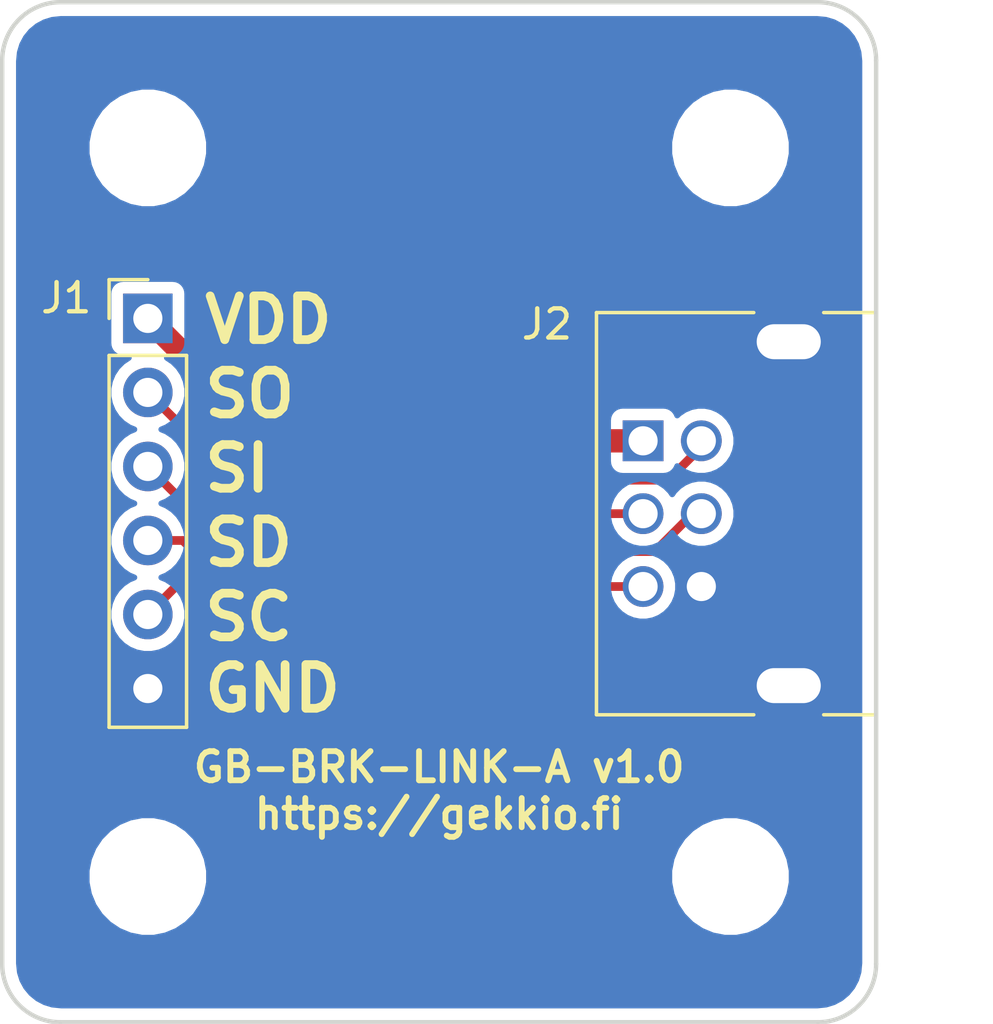
<source format=kicad_pcb>
(kicad_pcb (version 20171130) (host pcbnew 5.1.6-c6e7f7d~86~ubuntu20.04.1)

  (general
    (thickness 1.2)
    (drawings 15)
    (tracks 19)
    (zones 0)
    (modules 6)
    (nets 7)
  )

  (page A4)
  (title_block
    (title GB-BRK-LINK-A)
    (rev v1.0)
    (company https://gekkio.fi)
  )

  (layers
    (0 F.Cu signal)
    (31 B.Cu signal)
    (32 B.Adhes user)
    (33 F.Adhes user)
    (34 B.Paste user)
    (35 F.Paste user)
    (36 B.SilkS user)
    (37 F.SilkS user)
    (38 B.Mask user)
    (39 F.Mask user)
    (40 Dwgs.User user)
    (41 Cmts.User user)
    (42 Eco1.User user)
    (43 Eco2.User user)
    (44 Edge.Cuts user)
    (45 Margin user)
    (46 B.CrtYd user)
    (47 F.CrtYd user)
    (48 B.Fab user)
    (49 F.Fab user)
  )

  (setup
    (last_trace_width 0.3)
    (user_trace_width 0.8)
    (trace_clearance 0.3)
    (zone_clearance 0.4)
    (zone_45_only no)
    (trace_min 0.2)
    (via_size 0.8)
    (via_drill 0.4)
    (via_min_size 0.4)
    (via_min_drill 0.3)
    (uvia_size 0.3)
    (uvia_drill 0.1)
    (uvias_allowed no)
    (uvia_min_size 0.2)
    (uvia_min_drill 0.1)
    (edge_width 0.15)
    (segment_width 0.2)
    (pcb_text_width 0.3)
    (pcb_text_size 1.5 1.5)
    (mod_edge_width 0.15)
    (mod_text_size 1 1)
    (mod_text_width 0.15)
    (pad_size 1.524 1.524)
    (pad_drill 0.762)
    (pad_to_mask_clearance 0)
    (aux_axis_origin 0 0)
    (visible_elements FFFFFF7F)
    (pcbplotparams
      (layerselection 0x010fc_ffffffff)
      (usegerberextensions false)
      (usegerberattributes false)
      (usegerberadvancedattributes false)
      (creategerberjobfile true)
      (excludeedgelayer false)
      (linewidth 0.100000)
      (plotframeref false)
      (viasonmask false)
      (mode 1)
      (useauxorigin false)
      (hpglpennumber 1)
      (hpglpenspeed 20)
      (hpglpendiameter 15.000000)
      (psnegative false)
      (psa4output false)
      (plotreference true)
      (plotvalue true)
      (plotinvisibletext false)
      (padsonsilk false)
      (subtractmaskfromsilk false)
      (outputformat 1)
      (mirror false)
      (drillshape 0)
      (scaleselection 1)
      (outputdirectory "gerber/"))
  )

  (net 0 "")
  (net 1 "Net-(J1-Pad1)")
  (net 2 "Net-(J1-Pad2)")
  (net 3 "Net-(J1-Pad3)")
  (net 4 "Net-(J1-Pad4)")
  (net 5 "Net-(J1-Pad5)")
  (net 6 /GND)

  (net_class Default "This is the default net class."
    (clearance 0.3)
    (trace_width 0.3)
    (via_dia 0.8)
    (via_drill 0.4)
    (uvia_dia 0.3)
    (uvia_drill 0.1)
    (add_net /GND)
    (add_net "Net-(J1-Pad1)")
    (add_net "Net-(J1-Pad2)")
    (add_net "Net-(J1-Pad3)")
    (add_net "Net-(J1-Pad4)")
    (add_net "Net-(J1-Pad5)")
  )

  (module Connector_PinHeader_2.54mm:PinHeader_1x06_P2.54mm_Vertical (layer F.Cu) (tedit 59FED5CC) (tstamp 5BD3B1C1)
    (at 55 60.85)
    (descr "Through hole straight pin header, 1x06, 2.54mm pitch, single row")
    (tags "Through hole pin header THT 1x06 2.54mm single row")
    (path /5BD2EE6E)
    (fp_text reference J1 (at -2.8 -0.7) (layer F.SilkS)
      (effects (font (size 1 1) (thickness 0.15)))
    )
    (fp_text value Conn_01x06 (at 0 15.03) (layer F.Fab)
      (effects (font (size 1 1) (thickness 0.15)))
    )
    (fp_line (start 1.8 -1.8) (end -1.8 -1.8) (layer F.CrtYd) (width 0.05))
    (fp_line (start 1.8 14.5) (end 1.8 -1.8) (layer F.CrtYd) (width 0.05))
    (fp_line (start -1.8 14.5) (end 1.8 14.5) (layer F.CrtYd) (width 0.05))
    (fp_line (start -1.8 -1.8) (end -1.8 14.5) (layer F.CrtYd) (width 0.05))
    (fp_line (start -1.33 -1.33) (end 0 -1.33) (layer F.SilkS) (width 0.12))
    (fp_line (start -1.33 0) (end -1.33 -1.33) (layer F.SilkS) (width 0.12))
    (fp_line (start -1.33 1.27) (end 1.33 1.27) (layer F.SilkS) (width 0.12))
    (fp_line (start 1.33 1.27) (end 1.33 14.03) (layer F.SilkS) (width 0.12))
    (fp_line (start -1.33 1.27) (end -1.33 14.03) (layer F.SilkS) (width 0.12))
    (fp_line (start -1.33 14.03) (end 1.33 14.03) (layer F.SilkS) (width 0.12))
    (fp_line (start -1.27 -0.635) (end -0.635 -1.27) (layer F.Fab) (width 0.1))
    (fp_line (start -1.27 13.97) (end -1.27 -0.635) (layer F.Fab) (width 0.1))
    (fp_line (start 1.27 13.97) (end -1.27 13.97) (layer F.Fab) (width 0.1))
    (fp_line (start 1.27 -1.27) (end 1.27 13.97) (layer F.Fab) (width 0.1))
    (fp_line (start -0.635 -1.27) (end 1.27 -1.27) (layer F.Fab) (width 0.1))
    (fp_text user %R (at 0 6.35 90) (layer F.Fab)
      (effects (font (size 1 1) (thickness 0.15)))
    )
    (pad 1 thru_hole rect (at 0 0) (size 1.7 1.7) (drill 1) (layers *.Cu *.Mask)
      (net 1 "Net-(J1-Pad1)"))
    (pad 2 thru_hole oval (at 0 2.54) (size 1.7 1.7) (drill 1) (layers *.Cu *.Mask)
      (net 2 "Net-(J1-Pad2)"))
    (pad 3 thru_hole oval (at 0 5.08) (size 1.7 1.7) (drill 1) (layers *.Cu *.Mask)
      (net 3 "Net-(J1-Pad3)"))
    (pad 4 thru_hole oval (at 0 7.62) (size 1.7 1.7) (drill 1) (layers *.Cu *.Mask)
      (net 4 "Net-(J1-Pad4)"))
    (pad 5 thru_hole oval (at 0 10.16) (size 1.7 1.7) (drill 1) (layers *.Cu *.Mask)
      (net 5 "Net-(J1-Pad5)"))
    (pad 6 thru_hole oval (at 0 12.7) (size 1.7 1.7) (drill 1) (layers *.Cu *.Mask)
      (net 6 /GND))
    (model ${KISYS3DMOD}/Connector_PinHeader_2.54mm.3dshapes/PinHeader_1x06_P2.54mm_Vertical.wrl
      (at (xyz 0 0 0))
      (scale (xyz 1 1 1))
      (rotate (xyz 0 0 0))
    )
  )

  (module Gekkio_Connector:GameBoy_LinkPort_DMG_Horizontal (layer F.Cu) (tedit 5BD0B335) (tstamp 5BD3B59B)
    (at 72 65.05)
    (descr "Game Boy link port, original Game Boy")
    (tags "game boy link port")
    (path /5BD2ED76)
    (fp_text reference J2 (at -3.3 -4 180) (layer F.SilkS)
      (effects (font (size 1 1) (thickness 0.15)))
    )
    (fp_text value GameBoy_LinkPort (at 5 12.2 180) (layer F.Fab)
      (effects (font (size 1 1) (thickness 0.15)))
    )
    (fp_line (start 12 9.75) (end 12 -4.75) (layer F.CrtYd) (width 0.05))
    (fp_line (start -2 9.75) (end 12 9.75) (layer F.CrtYd) (width 0.05))
    (fp_line (start -2 -4.75) (end -2 9.75) (layer F.CrtYd) (width 0.05))
    (fp_line (start 12 -4.75) (end -2 -4.75) (layer F.CrtYd) (width 0.05))
    (fp_line (start 6.2 9.4) (end 7.9 9.4) (layer F.SilkS) (width 0.12))
    (fp_line (start -1.6 9.4) (end 3.8 9.4) (layer F.SilkS) (width 0.12))
    (fp_line (start -1.6 -4.4) (end -1.6 9.4) (layer F.SilkS) (width 0.12))
    (fp_line (start -1.5 9.25) (end -1.5 -4.25) (layer F.Fab) (width 0.1))
    (fp_line (start -1.5 -4.25) (end 11.5 -4.25) (layer F.Fab) (width 0.1))
    (fp_line (start 11.5 -4.25) (end 11.5 9.25) (layer F.Fab) (width 0.1))
    (fp_line (start -1.5 9.25) (end 11.5 9.25) (layer F.Fab) (width 0.1))
    (fp_line (start 8 9.25) (end 8 -4.25) (layer F.Fab) (width 0.1))
    (fp_line (start 7.9 -4.4) (end 6.2 -4.4) (layer F.SilkS) (width 0.12))
    (fp_line (start 3.8 -4.4) (end -1.6 -4.4) (layer F.SilkS) (width 0.12))
    (fp_text user %R (at 9.7 2.5 270) (layer F.Fab)
      (effects (font (size 1 1) (thickness 0.15)))
    )
    (pad SH thru_hole oval (at 5 -3.4 90) (size 2 3) (drill oval 1.2 2.2) (layers *.Cu *.Mask)
      (net 6 /GND))
    (pad SH thru_hole oval (at 5 8.4 90) (size 2 3) (drill oval 1.2 2.2) (layers *.Cu *.Mask)
      (net 6 /GND))
    (pad 1 thru_hole rect (at 0 0 90) (size 1.4 1.4) (drill 1) (layers *.Cu *.Mask)
      (net 1 "Net-(J1-Pad1)"))
    (pad 2 thru_hole circle (at 2 0 90) (size 1.4 1.4) (drill 1) (layers *.Cu *.Mask)
      (net 2 "Net-(J1-Pad2)"))
    (pad 3 thru_hole circle (at 0 2.5 90) (size 1.4 1.4) (drill 1) (layers *.Cu *.Mask)
      (net 3 "Net-(J1-Pad3)"))
    (pad 4 thru_hole circle (at 2 2.5 90) (size 1.4 1.4) (drill 1) (layers *.Cu *.Mask)
      (net 4 "Net-(J1-Pad4)"))
    (pad 5 thru_hole circle (at 0 5 90) (size 1.4 1.4) (drill 1) (layers *.Cu *.Mask)
      (net 5 "Net-(J1-Pad5)"))
    (pad 6 thru_hole circle (at 2 5 90) (size 1.4 1.4) (drill 1) (layers *.Cu *.Mask)
      (net 6 /GND))
    (model ${KISYS3DMOD}/Gekkio_Connector.3dshapes/GameBoy_LinkPort_DMG_Horizontal.wrl
      (at (xyz 0 0 0))
      (scale (xyz 1 1 1))
      (rotate (xyz 0 0 0))
    )
  )

  (module MountingHole:MountingHole_3.2mm_M3 (layer F.Cu) (tedit 5BD2EE75) (tstamp 5BD3B18C)
    (at 75 80)
    (descr "Mounting Hole 3.2mm, no annular, M3")
    (tags "mounting hole 3.2mm no annular m3")
    (path /5BD2F055)
    (attr virtual)
    (fp_text reference H4 (at 0 -4.2) (layer F.SilkS) hide
      (effects (font (size 1 1) (thickness 0.15)))
    )
    (fp_text value DNF (at 0 4.2) (layer F.Fab) hide
      (effects (font (size 1 1) (thickness 0.15)))
    )
    (fp_circle (center 0 0) (end 3.2 0) (layer Cmts.User) (width 0.15))
    (fp_circle (center 0 0) (end 3.45 0) (layer F.CrtYd) (width 0.05))
    (fp_text user %R (at 0.3 0) (layer F.Fab)
      (effects (font (size 1 1) (thickness 0.15)))
    )
    (pad 1 np_thru_hole circle (at 0 0) (size 3.2 3.2) (drill 3.2) (layers *.Cu *.Mask))
  )

  (module MountingHole:MountingHole_3.2mm_M3 (layer F.Cu) (tedit 5BD2EE7D) (tstamp 5BD3B184)
    (at 75 55)
    (descr "Mounting Hole 3.2mm, no annular, M3")
    (tags "mounting hole 3.2mm no annular m3")
    (path /5BD2F011)
    (attr virtual)
    (fp_text reference H3 (at 0 -4.2) (layer F.SilkS) hide
      (effects (font (size 1 1) (thickness 0.15)))
    )
    (fp_text value DNF (at 0 4.2) (layer F.Fab) hide
      (effects (font (size 1 1) (thickness 0.15)))
    )
    (fp_circle (center 0 0) (end 3.45 0) (layer F.CrtYd) (width 0.05))
    (fp_circle (center 0 0) (end 3.2 0) (layer Cmts.User) (width 0.15))
    (fp_text user %R (at 0.3 0) (layer F.Fab)
      (effects (font (size 1 1) (thickness 0.15)))
    )
    (pad 1 np_thru_hole circle (at 0 0) (size 3.2 3.2) (drill 3.2) (layers *.Cu *.Mask))
  )

  (module MountingHole:MountingHole_3.2mm_M3 (layer F.Cu) (tedit 5BD2EE5F) (tstamp 5BD3B17C)
    (at 55 80)
    (descr "Mounting Hole 3.2mm, no annular, M3")
    (tags "mounting hole 3.2mm no annular m3")
    (path /5BD2EFEB)
    (attr virtual)
    (fp_text reference H2 (at 0 -4.2) (layer F.SilkS) hide
      (effects (font (size 1 1) (thickness 0.15)))
    )
    (fp_text value DNF (at 0 4.2) (layer F.Fab) hide
      (effects (font (size 1 1) (thickness 0.15)))
    )
    (fp_circle (center 0 0) (end 3.2 0) (layer Cmts.User) (width 0.15))
    (fp_circle (center 0 0) (end 3.45 0) (layer F.CrtYd) (width 0.05))
    (fp_text user %R (at 0.3 0) (layer F.Fab)
      (effects (font (size 1 1) (thickness 0.15)))
    )
    (pad 1 np_thru_hole circle (at 0 0) (size 3.2 3.2) (drill 3.2) (layers *.Cu *.Mask))
  )

  (module MountingHole:MountingHole_3.2mm_M3 (layer F.Cu) (tedit 5BD2EE64) (tstamp 5BD3B174)
    (at 55 55)
    (descr "Mounting Hole 3.2mm, no annular, M3")
    (tags "mounting hole 3.2mm no annular m3")
    (path /5BD2EF8B)
    (attr virtual)
    (fp_text reference H1 (at 0 -4.2) (layer F.SilkS) hide
      (effects (font (size 1 1) (thickness 0.15)))
    )
    (fp_text value DNF (at 0 4.2) (layer F.Fab) hide
      (effects (font (size 1 1) (thickness 0.15)))
    )
    (fp_circle (center 0 0) (end 3.45 0) (layer F.CrtYd) (width 0.05))
    (fp_circle (center 0 0) (end 3.2 0) (layer Cmts.User) (width 0.15))
    (fp_text user %R (at 0.3 0) (layer F.Fab)
      (effects (font (size 1 1) (thickness 0.15)))
    )
    (pad 1 np_thru_hole circle (at 0 0) (size 3.2 3.2) (drill 3.2) (layers *.Cu *.Mask))
  )

  (gr_arc (start 52 83) (end 50 83) (angle -90) (layer Edge.Cuts) (width 0.15) (tstamp 5BFC7806))
  (gr_arc (start 78 83) (end 78 85) (angle -90) (layer Edge.Cuts) (width 0.15) (tstamp 5BFC77FC))
  (gr_arc (start 78 52) (end 80 52) (angle -90) (layer Edge.Cuts) (width 0.15) (tstamp 5BFC77EE))
  (gr_arc (start 52 52) (end 52 50) (angle -90) (layer Edge.Cuts) (width 0.15))
  (gr_text GND (at 56.8 73.55) (layer F.SilkS) (tstamp 5BD3B835)
    (effects (font (size 1.5 1.5) (thickness 0.3)) (justify left))
  )
  (gr_text SC (at 56.8 71.1) (layer F.SilkS) (tstamp 5BD3B832)
    (effects (font (size 1.5 1.5) (thickness 0.3)) (justify left))
  )
  (gr_text SD (at 56.8 68.55) (layer F.SilkS) (tstamp 5BD3B82F)
    (effects (font (size 1.5 1.5) (thickness 0.3)) (justify left))
  )
  (gr_text SI (at 56.8 66) (layer F.SilkS) (tstamp 5BD3B82C)
    (effects (font (size 1.5 1.5) (thickness 0.3)) (justify left))
  )
  (gr_text SO (at 56.8 63.45) (layer F.SilkS) (tstamp 5BD3B828)
    (effects (font (size 1.5 1.5) (thickness 0.3)) (justify left))
  )
  (gr_text VDD (at 56.8 60.9) (layer F.SilkS)
    (effects (font (size 1.5 1.5) (thickness 0.3)) (justify left))
  )
  (gr_text "GB-BRK-LINK-A v1.0\nhttps://gekkio.fi" (at 65 77.05) (layer F.SilkS)
    (effects (font (size 1 1) (thickness 0.2)))
  )
  (gr_line (start 52 85) (end 78 85) (layer Edge.Cuts) (width 0.15) (tstamp 5BD3B226))
  (gr_line (start 80 52) (end 80 83) (layer Edge.Cuts) (width 0.15) (tstamp 5BD3B222))
  (gr_line (start 52 50) (end 78 50) (layer Edge.Cuts) (width 0.15))
  (gr_line (start 50 52) (end 50 83) (layer Edge.Cuts) (width 0.15))

  (segment (start 59.2 65.05) (end 55 60.85) (width 0.8) (layer F.Cu) (net 1))
  (segment (start 72 65.05) (end 59.2 65.05) (width 0.8) (layer F.Cu) (net 1))
  (segment (start 58.01 66.4) (end 55.849999 64.239999) (width 0.3) (layer F.Cu) (net 2))
  (segment (start 72.860002 66.4) (end 58.01 66.4) (width 0.3) (layer F.Cu) (net 2))
  (segment (start 74 65.05) (end 74 65.260002) (width 0.3) (layer F.Cu) (net 2))
  (segment (start 55.849999 64.239999) (end 55 63.39) (width 0.3) (layer F.Cu) (net 2))
  (segment (start 74 65.260002) (end 72.860002 66.4) (width 0.3) (layer F.Cu) (net 2))
  (segment (start 56.62 67.55) (end 55 65.93) (width 0.3) (layer F.Cu) (net 3))
  (segment (start 72 67.55) (end 56.62 67.55) (width 0.3) (layer F.Cu) (net 3))
  (segment (start 56.202081 68.47) (end 55 68.47) (width 0.3) (layer F.Cu) (net 4))
  (segment (start 56.582081 68.85) (end 56.202081 68.47) (width 0.3) (layer F.Cu) (net 4))
  (segment (start 72.402002 68.85) (end 56.582081 68.85) (width 0.3) (layer F.Cu) (net 4))
  (segment (start 74 67.55) (end 73.702002 67.55) (width 0.3) (layer F.Cu) (net 4))
  (segment (start 73.702002 67.55) (end 72.402002 68.85) (width 0.3) (layer F.Cu) (net 4))
  (segment (start 55.96 70.05) (end 55 71.01) (width 0.3) (layer F.Cu) (net 5))
  (segment (start 72 70.05) (end 55.96 70.05) (width 0.3) (layer F.Cu) (net 5))
  (segment (start 71.3 73.55) (end 55 73.55) (width 0.8) (layer F.Cu) (net 6))
  (segment (start 74 70.05) (end 74 70.85) (width 0.8) (layer F.Cu) (net 6))
  (segment (start 74 70.85) (end 71.3 73.55) (width 0.8) (layer F.Cu) (net 6))

  (zone (net 6) (net_name /GND) (layer B.Cu) (tstamp 0) (hatch edge 0.508)
    (connect_pads yes (clearance 0.4))
    (min_thickness 0.2)
    (fill yes (arc_segments 16) (thermal_gap 0.508) (thermal_bridge_width 0.508))
    (polygon
      (pts
        (xy 80 50) (xy 50 50) (xy 50 85) (xy 80 85)
      )
    )
    (filled_polygon
      (pts
        (xy 78.276249 50.604844) (xy 78.541973 50.685071) (xy 78.787055 50.815383) (xy 79.002158 50.990817) (xy 79.179092 51.204692)
        (xy 79.311113 51.44886) (xy 79.393193 51.714018) (xy 79.425 52.016637) (xy 79.425001 82.971864) (xy 79.395156 83.276249)
        (xy 79.314928 83.541975) (xy 79.184615 83.787058) (xy 79.009181 84.002161) (xy 78.795304 84.179095) (xy 78.551141 84.311113)
        (xy 78.285982 84.393193) (xy 77.983363 84.425) (xy 52.028126 84.425) (xy 51.723751 84.395156) (xy 51.458025 84.314928)
        (xy 51.212942 84.184615) (xy 50.997839 84.009181) (xy 50.820905 83.795304) (xy 50.688887 83.551141) (xy 50.606807 83.285982)
        (xy 50.575 82.983363) (xy 50.575 79.793168) (xy 52.9 79.793168) (xy 52.9 80.206832) (xy 52.980702 80.612547)
        (xy 53.139004 80.994723) (xy 53.368823 81.338672) (xy 53.661328 81.631177) (xy 54.005277 81.860996) (xy 54.387453 82.019298)
        (xy 54.793168 82.1) (xy 55.206832 82.1) (xy 55.612547 82.019298) (xy 55.994723 81.860996) (xy 56.338672 81.631177)
        (xy 56.631177 81.338672) (xy 56.860996 80.994723) (xy 57.019298 80.612547) (xy 57.1 80.206832) (xy 57.1 79.793168)
        (xy 72.9 79.793168) (xy 72.9 80.206832) (xy 72.980702 80.612547) (xy 73.139004 80.994723) (xy 73.368823 81.338672)
        (xy 73.661328 81.631177) (xy 74.005277 81.860996) (xy 74.387453 82.019298) (xy 74.793168 82.1) (xy 75.206832 82.1)
        (xy 75.612547 82.019298) (xy 75.994723 81.860996) (xy 76.338672 81.631177) (xy 76.631177 81.338672) (xy 76.860996 80.994723)
        (xy 77.019298 80.612547) (xy 77.1 80.206832) (xy 77.1 79.793168) (xy 77.019298 79.387453) (xy 76.860996 79.005277)
        (xy 76.631177 78.661328) (xy 76.338672 78.368823) (xy 75.994723 78.139004) (xy 75.612547 77.980702) (xy 75.206832 77.9)
        (xy 74.793168 77.9) (xy 74.387453 77.980702) (xy 74.005277 78.139004) (xy 73.661328 78.368823) (xy 73.368823 78.661328)
        (xy 73.139004 79.005277) (xy 72.980702 79.387453) (xy 72.9 79.793168) (xy 57.1 79.793168) (xy 57.019298 79.387453)
        (xy 56.860996 79.005277) (xy 56.631177 78.661328) (xy 56.338672 78.368823) (xy 55.994723 78.139004) (xy 55.612547 77.980702)
        (xy 55.206832 77.9) (xy 54.793168 77.9) (xy 54.387453 77.980702) (xy 54.005277 78.139004) (xy 53.661328 78.368823)
        (xy 53.368823 78.661328) (xy 53.139004 79.005277) (xy 52.980702 79.387453) (xy 52.9 79.793168) (xy 50.575 79.793168)
        (xy 50.575 60) (xy 53.647581 60) (xy 53.647581 61.7) (xy 53.657235 61.798017) (xy 53.685825 61.892267)
        (xy 53.732254 61.979129) (xy 53.794736 62.055264) (xy 53.870871 62.117746) (xy 53.957733 62.164175) (xy 54.051983 62.192765)
        (xy 54.15 62.202419) (xy 54.347405 62.202419) (xy 54.139425 62.341387) (xy 53.951387 62.529425) (xy 53.803646 62.750535)
        (xy 53.70188 62.99622) (xy 53.65 63.257037) (xy 53.65 63.522963) (xy 53.70188 63.78378) (xy 53.803646 64.029465)
        (xy 53.951387 64.250575) (xy 54.139425 64.438613) (xy 54.360535 64.586354) (xy 54.538332 64.66) (xy 54.360535 64.733646)
        (xy 54.139425 64.881387) (xy 53.951387 65.069425) (xy 53.803646 65.290535) (xy 53.70188 65.53622) (xy 53.65 65.797037)
        (xy 53.65 66.062963) (xy 53.70188 66.32378) (xy 53.803646 66.569465) (xy 53.951387 66.790575) (xy 54.139425 66.978613)
        (xy 54.360535 67.126354) (xy 54.538332 67.2) (xy 54.360535 67.273646) (xy 54.139425 67.421387) (xy 53.951387 67.609425)
        (xy 53.803646 67.830535) (xy 53.70188 68.07622) (xy 53.65 68.337037) (xy 53.65 68.602963) (xy 53.70188 68.86378)
        (xy 53.803646 69.109465) (xy 53.951387 69.330575) (xy 54.139425 69.518613) (xy 54.360535 69.666354) (xy 54.538332 69.74)
        (xy 54.360535 69.813646) (xy 54.139425 69.961387) (xy 53.951387 70.149425) (xy 53.803646 70.370535) (xy 53.70188 70.61622)
        (xy 53.65 70.877037) (xy 53.65 71.142963) (xy 53.70188 71.40378) (xy 53.803646 71.649465) (xy 53.951387 71.870575)
        (xy 54.139425 72.058613) (xy 54.360535 72.206354) (xy 54.60622 72.30812) (xy 54.867037 72.36) (xy 55.132963 72.36)
        (xy 55.39378 72.30812) (xy 55.639465 72.206354) (xy 55.860575 72.058613) (xy 56.048613 71.870575) (xy 56.196354 71.649465)
        (xy 56.29812 71.40378) (xy 56.35 71.142963) (xy 56.35 70.877037) (xy 56.29812 70.61622) (xy 56.196354 70.370535)
        (xy 56.048613 70.149425) (xy 55.860575 69.961387) (xy 55.81631 69.93181) (xy 70.8 69.93181) (xy 70.8 70.16819)
        (xy 70.846116 70.400027) (xy 70.936574 70.618413) (xy 71.067899 70.814955) (xy 71.235045 70.982101) (xy 71.431587 71.113426)
        (xy 71.649973 71.203884) (xy 71.88181 71.25) (xy 72.11819 71.25) (xy 72.350027 71.203884) (xy 72.568413 71.113426)
        (xy 72.764955 70.982101) (xy 72.932101 70.814955) (xy 73.063426 70.618413) (xy 73.153884 70.400027) (xy 73.2 70.16819)
        (xy 73.2 69.93181) (xy 73.153884 69.699973) (xy 73.063426 69.481587) (xy 72.932101 69.285045) (xy 72.764955 69.117899)
        (xy 72.568413 68.986574) (xy 72.350027 68.896116) (xy 72.11819 68.85) (xy 71.88181 68.85) (xy 71.649973 68.896116)
        (xy 71.431587 68.986574) (xy 71.235045 69.117899) (xy 71.067899 69.285045) (xy 70.936574 69.481587) (xy 70.846116 69.699973)
        (xy 70.8 69.93181) (xy 55.81631 69.93181) (xy 55.639465 69.813646) (xy 55.461668 69.74) (xy 55.639465 69.666354)
        (xy 55.860575 69.518613) (xy 56.048613 69.330575) (xy 56.196354 69.109465) (xy 56.29812 68.86378) (xy 56.35 68.602963)
        (xy 56.35 68.337037) (xy 56.29812 68.07622) (xy 56.196354 67.830535) (xy 56.048613 67.609425) (xy 55.870998 67.43181)
        (xy 70.8 67.43181) (xy 70.8 67.66819) (xy 70.846116 67.900027) (xy 70.936574 68.118413) (xy 71.067899 68.314955)
        (xy 71.235045 68.482101) (xy 71.431587 68.613426) (xy 71.649973 68.703884) (xy 71.88181 68.75) (xy 72.11819 68.75)
        (xy 72.350027 68.703884) (xy 72.568413 68.613426) (xy 72.764955 68.482101) (xy 72.932101 68.314955) (xy 73 68.213337)
        (xy 73.067899 68.314955) (xy 73.235045 68.482101) (xy 73.431587 68.613426) (xy 73.649973 68.703884) (xy 73.88181 68.75)
        (xy 74.11819 68.75) (xy 74.350027 68.703884) (xy 74.568413 68.613426) (xy 74.764955 68.482101) (xy 74.932101 68.314955)
        (xy 75.063426 68.118413) (xy 75.153884 67.900027) (xy 75.2 67.66819) (xy 75.2 67.43181) (xy 75.153884 67.199973)
        (xy 75.063426 66.981587) (xy 74.932101 66.785045) (xy 74.764955 66.617899) (xy 74.568413 66.486574) (xy 74.350027 66.396116)
        (xy 74.11819 66.35) (xy 73.88181 66.35) (xy 73.649973 66.396116) (xy 73.431587 66.486574) (xy 73.235045 66.617899)
        (xy 73.067899 66.785045) (xy 73 66.886663) (xy 72.932101 66.785045) (xy 72.764955 66.617899) (xy 72.568413 66.486574)
        (xy 72.350027 66.396116) (xy 72.11819 66.35) (xy 71.88181 66.35) (xy 71.649973 66.396116) (xy 71.431587 66.486574)
        (xy 71.235045 66.617899) (xy 71.067899 66.785045) (xy 70.936574 66.981587) (xy 70.846116 67.199973) (xy 70.8 67.43181)
        (xy 55.870998 67.43181) (xy 55.860575 67.421387) (xy 55.639465 67.273646) (xy 55.461668 67.2) (xy 55.639465 67.126354)
        (xy 55.860575 66.978613) (xy 56.048613 66.790575) (xy 56.196354 66.569465) (xy 56.29812 66.32378) (xy 56.35 66.062963)
        (xy 56.35 65.797037) (xy 56.29812 65.53622) (xy 56.196354 65.290535) (xy 56.048613 65.069425) (xy 55.860575 64.881387)
        (xy 55.639465 64.733646) (xy 55.461668 64.66) (xy 55.639465 64.586354) (xy 55.860575 64.438613) (xy 55.949188 64.35)
        (xy 70.797581 64.35) (xy 70.797581 65.75) (xy 70.807235 65.848017) (xy 70.835825 65.942267) (xy 70.882254 66.029129)
        (xy 70.944736 66.105264) (xy 71.020871 66.167746) (xy 71.107733 66.214175) (xy 71.201983 66.242765) (xy 71.3 66.252419)
        (xy 72.7 66.252419) (xy 72.798017 66.242765) (xy 72.892267 66.214175) (xy 72.979129 66.167746) (xy 73.055264 66.105264)
        (xy 73.117746 66.029129) (xy 73.164175 65.942267) (xy 73.171398 65.918454) (xy 73.235045 65.982101) (xy 73.431587 66.113426)
        (xy 73.649973 66.203884) (xy 73.88181 66.25) (xy 74.11819 66.25) (xy 74.350027 66.203884) (xy 74.568413 66.113426)
        (xy 74.764955 65.982101) (xy 74.932101 65.814955) (xy 75.063426 65.618413) (xy 75.153884 65.400027) (xy 75.2 65.16819)
        (xy 75.2 64.93181) (xy 75.153884 64.699973) (xy 75.063426 64.481587) (xy 74.932101 64.285045) (xy 74.764955 64.117899)
        (xy 74.568413 63.986574) (xy 74.350027 63.896116) (xy 74.11819 63.85) (xy 73.88181 63.85) (xy 73.649973 63.896116)
        (xy 73.431587 63.986574) (xy 73.235045 64.117899) (xy 73.171398 64.181546) (xy 73.164175 64.157733) (xy 73.117746 64.070871)
        (xy 73.055264 63.994736) (xy 72.979129 63.932254) (xy 72.892267 63.885825) (xy 72.798017 63.857235) (xy 72.7 63.847581)
        (xy 71.3 63.847581) (xy 71.201983 63.857235) (xy 71.107733 63.885825) (xy 71.020871 63.932254) (xy 70.944736 63.994736)
        (xy 70.882254 64.070871) (xy 70.835825 64.157733) (xy 70.807235 64.251983) (xy 70.797581 64.35) (xy 55.949188 64.35)
        (xy 56.048613 64.250575) (xy 56.196354 64.029465) (xy 56.29812 63.78378) (xy 56.35 63.522963) (xy 56.35 63.257037)
        (xy 56.29812 62.99622) (xy 56.196354 62.750535) (xy 56.048613 62.529425) (xy 55.860575 62.341387) (xy 55.652595 62.202419)
        (xy 55.85 62.202419) (xy 55.948017 62.192765) (xy 56.042267 62.164175) (xy 56.129129 62.117746) (xy 56.205264 62.055264)
        (xy 56.267746 61.979129) (xy 56.314175 61.892267) (xy 56.342765 61.798017) (xy 56.352419 61.7) (xy 56.352419 60)
        (xy 56.342765 59.901983) (xy 56.314175 59.807733) (xy 56.267746 59.720871) (xy 56.205264 59.644736) (xy 56.129129 59.582254)
        (xy 56.042267 59.535825) (xy 55.948017 59.507235) (xy 55.85 59.497581) (xy 54.15 59.497581) (xy 54.051983 59.507235)
        (xy 53.957733 59.535825) (xy 53.870871 59.582254) (xy 53.794736 59.644736) (xy 53.732254 59.720871) (xy 53.685825 59.807733)
        (xy 53.657235 59.901983) (xy 53.647581 60) (xy 50.575 60) (xy 50.575 54.793168) (xy 52.9 54.793168)
        (xy 52.9 55.206832) (xy 52.980702 55.612547) (xy 53.139004 55.994723) (xy 53.368823 56.338672) (xy 53.661328 56.631177)
        (xy 54.005277 56.860996) (xy 54.387453 57.019298) (xy 54.793168 57.1) (xy 55.206832 57.1) (xy 55.612547 57.019298)
        (xy 55.994723 56.860996) (xy 56.338672 56.631177) (xy 56.631177 56.338672) (xy 56.860996 55.994723) (xy 57.019298 55.612547)
        (xy 57.1 55.206832) (xy 57.1 54.793168) (xy 72.9 54.793168) (xy 72.9 55.206832) (xy 72.980702 55.612547)
        (xy 73.139004 55.994723) (xy 73.368823 56.338672) (xy 73.661328 56.631177) (xy 74.005277 56.860996) (xy 74.387453 57.019298)
        (xy 74.793168 57.1) (xy 75.206832 57.1) (xy 75.612547 57.019298) (xy 75.994723 56.860996) (xy 76.338672 56.631177)
        (xy 76.631177 56.338672) (xy 76.860996 55.994723) (xy 77.019298 55.612547) (xy 77.1 55.206832) (xy 77.1 54.793168)
        (xy 77.019298 54.387453) (xy 76.860996 54.005277) (xy 76.631177 53.661328) (xy 76.338672 53.368823) (xy 75.994723 53.139004)
        (xy 75.612547 52.980702) (xy 75.206832 52.9) (xy 74.793168 52.9) (xy 74.387453 52.980702) (xy 74.005277 53.139004)
        (xy 73.661328 53.368823) (xy 73.368823 53.661328) (xy 73.139004 54.005277) (xy 72.980702 54.387453) (xy 72.9 54.793168)
        (xy 57.1 54.793168) (xy 57.019298 54.387453) (xy 56.860996 54.005277) (xy 56.631177 53.661328) (xy 56.338672 53.368823)
        (xy 55.994723 53.139004) (xy 55.612547 52.980702) (xy 55.206832 52.9) (xy 54.793168 52.9) (xy 54.387453 52.980702)
        (xy 54.005277 53.139004) (xy 53.661328 53.368823) (xy 53.368823 53.661328) (xy 53.139004 54.005277) (xy 52.980702 54.387453)
        (xy 52.9 54.793168) (xy 50.575 54.793168) (xy 50.575 52.028126) (xy 50.604844 51.723751) (xy 50.685071 51.458027)
        (xy 50.815383 51.212945) (xy 50.990817 50.997842) (xy 51.204692 50.820908) (xy 51.44886 50.688887) (xy 51.714018 50.606807)
        (xy 52.016637 50.575) (xy 77.971874 50.575)
      )
    )
  )
)

</source>
